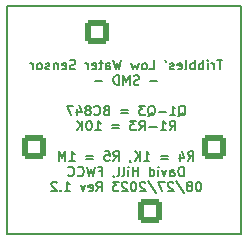
<source format=gbo>
G04 #@! TF.GenerationSoftware,KiCad,Pcbnew,7.0.7-7.0.7~ubuntu22.04.1*
G04 #@! TF.CreationDate,2023-08-27T15:16:43-06:00*
G04 #@! TF.ProjectId,Dog Low Water Sensor SMD,446f6720-4c6f-4772-9057-617465722053,rev?*
G04 #@! TF.SameCoordinates,Original*
G04 #@! TF.FileFunction,Legend,Bot*
G04 #@! TF.FilePolarity,Positive*
%FSLAX46Y46*%
G04 Gerber Fmt 4.6, Leading zero omitted, Abs format (unit mm)*
G04 Created by KiCad (PCBNEW 7.0.7-7.0.7~ubuntu22.04.1) date 2023-08-27 15:16:43*
%MOMM*%
%LPD*%
G01*
G04 APERTURE LIST*
G04 Aperture macros list*
%AMRoundRect*
0 Rectangle with rounded corners*
0 $1 Rounding radius*
0 $2 $3 $4 $5 $6 $7 $8 $9 X,Y pos of 4 corners*
0 Add a 4 corners polygon primitive as box body*
4,1,4,$2,$3,$4,$5,$6,$7,$8,$9,$2,$3,0*
0 Add four circle primitives for the rounded corners*
1,1,$1+$1,$2,$3*
1,1,$1+$1,$4,$5*
1,1,$1+$1,$6,$7*
1,1,$1+$1,$8,$9*
0 Add four rect primitives between the rounded corners*
20,1,$1+$1,$2,$3,$4,$5,0*
20,1,$1+$1,$4,$5,$6,$7,0*
20,1,$1+$1,$6,$7,$8,$9,0*
20,1,$1+$1,$8,$9,$2,$3,0*%
G04 Aperture macros list end*
%ADD10C,0.150000*%
%ADD11RoundRect,0.250000X0.750000X-0.750000X0.750000X0.750000X-0.750000X0.750000X-0.750000X-0.750000X0*%
%ADD12C,2.000000*%
%ADD13RoundRect,0.250000X0.750000X0.750000X-0.750000X0.750000X-0.750000X-0.750000X0.750000X-0.750000X0*%
%ADD14RoundRect,0.250000X-0.750000X-0.750000X0.750000X-0.750000X0.750000X0.750000X-0.750000X0.750000X0*%
%ADD15C,2.500000*%
G04 APERTURE END LIST*
D10*
X139446000Y-70358000D02*
X159258000Y-70358000D01*
X159258000Y-89662000D01*
X139446000Y-89662000D01*
X139446000Y-70358000D01*
X157689592Y-74901975D02*
X157232449Y-74901975D01*
X157461021Y-75701975D02*
X157461021Y-74901975D01*
X156965782Y-75701975D02*
X156965782Y-75168641D01*
X156965782Y-75321022D02*
X156927687Y-75244832D01*
X156927687Y-75244832D02*
X156889592Y-75206737D01*
X156889592Y-75206737D02*
X156813401Y-75168641D01*
X156813401Y-75168641D02*
X156737211Y-75168641D01*
X156470544Y-75701975D02*
X156470544Y-75168641D01*
X156470544Y-74901975D02*
X156508640Y-74940070D01*
X156508640Y-74940070D02*
X156470544Y-74978165D01*
X156470544Y-74978165D02*
X156432449Y-74940070D01*
X156432449Y-74940070D02*
X156470544Y-74901975D01*
X156470544Y-74901975D02*
X156470544Y-74978165D01*
X156089592Y-75701975D02*
X156089592Y-74901975D01*
X156089592Y-75206737D02*
X156013402Y-75168641D01*
X156013402Y-75168641D02*
X155861021Y-75168641D01*
X155861021Y-75168641D02*
X155784830Y-75206737D01*
X155784830Y-75206737D02*
X155746735Y-75244832D01*
X155746735Y-75244832D02*
X155708640Y-75321022D01*
X155708640Y-75321022D02*
X155708640Y-75549594D01*
X155708640Y-75549594D02*
X155746735Y-75625784D01*
X155746735Y-75625784D02*
X155784830Y-75663880D01*
X155784830Y-75663880D02*
X155861021Y-75701975D01*
X155861021Y-75701975D02*
X156013402Y-75701975D01*
X156013402Y-75701975D02*
X156089592Y-75663880D01*
X155365782Y-75701975D02*
X155365782Y-74901975D01*
X155365782Y-75206737D02*
X155289592Y-75168641D01*
X155289592Y-75168641D02*
X155137211Y-75168641D01*
X155137211Y-75168641D02*
X155061020Y-75206737D01*
X155061020Y-75206737D02*
X155022925Y-75244832D01*
X155022925Y-75244832D02*
X154984830Y-75321022D01*
X154984830Y-75321022D02*
X154984830Y-75549594D01*
X154984830Y-75549594D02*
X155022925Y-75625784D01*
X155022925Y-75625784D02*
X155061020Y-75663880D01*
X155061020Y-75663880D02*
X155137211Y-75701975D01*
X155137211Y-75701975D02*
X155289592Y-75701975D01*
X155289592Y-75701975D02*
X155365782Y-75663880D01*
X154527687Y-75701975D02*
X154603877Y-75663880D01*
X154603877Y-75663880D02*
X154641972Y-75587689D01*
X154641972Y-75587689D02*
X154641972Y-74901975D01*
X153918162Y-75663880D02*
X153994353Y-75701975D01*
X153994353Y-75701975D02*
X154146734Y-75701975D01*
X154146734Y-75701975D02*
X154222924Y-75663880D01*
X154222924Y-75663880D02*
X154261020Y-75587689D01*
X154261020Y-75587689D02*
X154261020Y-75282927D01*
X154261020Y-75282927D02*
X154222924Y-75206737D01*
X154222924Y-75206737D02*
X154146734Y-75168641D01*
X154146734Y-75168641D02*
X153994353Y-75168641D01*
X153994353Y-75168641D02*
X153918162Y-75206737D01*
X153918162Y-75206737D02*
X153880067Y-75282927D01*
X153880067Y-75282927D02*
X153880067Y-75359118D01*
X153880067Y-75359118D02*
X154261020Y-75435308D01*
X153575306Y-75663880D02*
X153499115Y-75701975D01*
X153499115Y-75701975D02*
X153346734Y-75701975D01*
X153346734Y-75701975D02*
X153270544Y-75663880D01*
X153270544Y-75663880D02*
X153232448Y-75587689D01*
X153232448Y-75587689D02*
X153232448Y-75549594D01*
X153232448Y-75549594D02*
X153270544Y-75473403D01*
X153270544Y-75473403D02*
X153346734Y-75435308D01*
X153346734Y-75435308D02*
X153461020Y-75435308D01*
X153461020Y-75435308D02*
X153537210Y-75397213D01*
X153537210Y-75397213D02*
X153575306Y-75321022D01*
X153575306Y-75321022D02*
X153575306Y-75282927D01*
X153575306Y-75282927D02*
X153537210Y-75206737D01*
X153537210Y-75206737D02*
X153461020Y-75168641D01*
X153461020Y-75168641D02*
X153346734Y-75168641D01*
X153346734Y-75168641D02*
X153270544Y-75206737D01*
X152851496Y-74901975D02*
X152927687Y-75054356D01*
X151518163Y-75701975D02*
X151899115Y-75701975D01*
X151899115Y-75701975D02*
X151899115Y-74901975D01*
X151137211Y-75701975D02*
X151213401Y-75663880D01*
X151213401Y-75663880D02*
X151251496Y-75625784D01*
X151251496Y-75625784D02*
X151289592Y-75549594D01*
X151289592Y-75549594D02*
X151289592Y-75321022D01*
X151289592Y-75321022D02*
X151251496Y-75244832D01*
X151251496Y-75244832D02*
X151213401Y-75206737D01*
X151213401Y-75206737D02*
X151137211Y-75168641D01*
X151137211Y-75168641D02*
X151022925Y-75168641D01*
X151022925Y-75168641D02*
X150946734Y-75206737D01*
X150946734Y-75206737D02*
X150908639Y-75244832D01*
X150908639Y-75244832D02*
X150870544Y-75321022D01*
X150870544Y-75321022D02*
X150870544Y-75549594D01*
X150870544Y-75549594D02*
X150908639Y-75625784D01*
X150908639Y-75625784D02*
X150946734Y-75663880D01*
X150946734Y-75663880D02*
X151022925Y-75701975D01*
X151022925Y-75701975D02*
X151137211Y-75701975D01*
X150603877Y-75168641D02*
X150451496Y-75701975D01*
X150451496Y-75701975D02*
X150299115Y-75321022D01*
X150299115Y-75321022D02*
X150146734Y-75701975D01*
X150146734Y-75701975D02*
X149994353Y-75168641D01*
X149156258Y-74901975D02*
X148965782Y-75701975D01*
X148965782Y-75701975D02*
X148813401Y-75130546D01*
X148813401Y-75130546D02*
X148661020Y-75701975D01*
X148661020Y-75701975D02*
X148470544Y-74901975D01*
X147822924Y-75701975D02*
X147822924Y-75282927D01*
X147822924Y-75282927D02*
X147861019Y-75206737D01*
X147861019Y-75206737D02*
X147937210Y-75168641D01*
X147937210Y-75168641D02*
X148089591Y-75168641D01*
X148089591Y-75168641D02*
X148165781Y-75206737D01*
X147822924Y-75663880D02*
X147899115Y-75701975D01*
X147899115Y-75701975D02*
X148089591Y-75701975D01*
X148089591Y-75701975D02*
X148165781Y-75663880D01*
X148165781Y-75663880D02*
X148203877Y-75587689D01*
X148203877Y-75587689D02*
X148203877Y-75511499D01*
X148203877Y-75511499D02*
X148165781Y-75435308D01*
X148165781Y-75435308D02*
X148089591Y-75397213D01*
X148089591Y-75397213D02*
X147899115Y-75397213D01*
X147899115Y-75397213D02*
X147822924Y-75359118D01*
X147556257Y-75168641D02*
X147251495Y-75168641D01*
X147441971Y-74901975D02*
X147441971Y-75587689D01*
X147441971Y-75587689D02*
X147403876Y-75663880D01*
X147403876Y-75663880D02*
X147327686Y-75701975D01*
X147327686Y-75701975D02*
X147251495Y-75701975D01*
X146680066Y-75663880D02*
X146756257Y-75701975D01*
X146756257Y-75701975D02*
X146908638Y-75701975D01*
X146908638Y-75701975D02*
X146984828Y-75663880D01*
X146984828Y-75663880D02*
X147022924Y-75587689D01*
X147022924Y-75587689D02*
X147022924Y-75282927D01*
X147022924Y-75282927D02*
X146984828Y-75206737D01*
X146984828Y-75206737D02*
X146908638Y-75168641D01*
X146908638Y-75168641D02*
X146756257Y-75168641D01*
X146756257Y-75168641D02*
X146680066Y-75206737D01*
X146680066Y-75206737D02*
X146641971Y-75282927D01*
X146641971Y-75282927D02*
X146641971Y-75359118D01*
X146641971Y-75359118D02*
X147022924Y-75435308D01*
X146299114Y-75701975D02*
X146299114Y-75168641D01*
X146299114Y-75321022D02*
X146261019Y-75244832D01*
X146261019Y-75244832D02*
X146222924Y-75206737D01*
X146222924Y-75206737D02*
X146146733Y-75168641D01*
X146146733Y-75168641D02*
X146070543Y-75168641D01*
X145232448Y-75663880D02*
X145118162Y-75701975D01*
X145118162Y-75701975D02*
X144927686Y-75701975D01*
X144927686Y-75701975D02*
X144851495Y-75663880D01*
X144851495Y-75663880D02*
X144813400Y-75625784D01*
X144813400Y-75625784D02*
X144775305Y-75549594D01*
X144775305Y-75549594D02*
X144775305Y-75473403D01*
X144775305Y-75473403D02*
X144813400Y-75397213D01*
X144813400Y-75397213D02*
X144851495Y-75359118D01*
X144851495Y-75359118D02*
X144927686Y-75321022D01*
X144927686Y-75321022D02*
X145080067Y-75282927D01*
X145080067Y-75282927D02*
X145156257Y-75244832D01*
X145156257Y-75244832D02*
X145194352Y-75206737D01*
X145194352Y-75206737D02*
X145232448Y-75130546D01*
X145232448Y-75130546D02*
X145232448Y-75054356D01*
X145232448Y-75054356D02*
X145194352Y-74978165D01*
X145194352Y-74978165D02*
X145156257Y-74940070D01*
X145156257Y-74940070D02*
X145080067Y-74901975D01*
X145080067Y-74901975D02*
X144889590Y-74901975D01*
X144889590Y-74901975D02*
X144775305Y-74940070D01*
X144127685Y-75663880D02*
X144203876Y-75701975D01*
X144203876Y-75701975D02*
X144356257Y-75701975D01*
X144356257Y-75701975D02*
X144432447Y-75663880D01*
X144432447Y-75663880D02*
X144470543Y-75587689D01*
X144470543Y-75587689D02*
X144470543Y-75282927D01*
X144470543Y-75282927D02*
X144432447Y-75206737D01*
X144432447Y-75206737D02*
X144356257Y-75168641D01*
X144356257Y-75168641D02*
X144203876Y-75168641D01*
X144203876Y-75168641D02*
X144127685Y-75206737D01*
X144127685Y-75206737D02*
X144089590Y-75282927D01*
X144089590Y-75282927D02*
X144089590Y-75359118D01*
X144089590Y-75359118D02*
X144470543Y-75435308D01*
X143746733Y-75168641D02*
X143746733Y-75701975D01*
X143746733Y-75244832D02*
X143708638Y-75206737D01*
X143708638Y-75206737D02*
X143632448Y-75168641D01*
X143632448Y-75168641D02*
X143518162Y-75168641D01*
X143518162Y-75168641D02*
X143441971Y-75206737D01*
X143441971Y-75206737D02*
X143403876Y-75282927D01*
X143403876Y-75282927D02*
X143403876Y-75701975D01*
X143061019Y-75663880D02*
X142984828Y-75701975D01*
X142984828Y-75701975D02*
X142832447Y-75701975D01*
X142832447Y-75701975D02*
X142756257Y-75663880D01*
X142756257Y-75663880D02*
X142718161Y-75587689D01*
X142718161Y-75587689D02*
X142718161Y-75549594D01*
X142718161Y-75549594D02*
X142756257Y-75473403D01*
X142756257Y-75473403D02*
X142832447Y-75435308D01*
X142832447Y-75435308D02*
X142946733Y-75435308D01*
X142946733Y-75435308D02*
X143022923Y-75397213D01*
X143022923Y-75397213D02*
X143061019Y-75321022D01*
X143061019Y-75321022D02*
X143061019Y-75282927D01*
X143061019Y-75282927D02*
X143022923Y-75206737D01*
X143022923Y-75206737D02*
X142946733Y-75168641D01*
X142946733Y-75168641D02*
X142832447Y-75168641D01*
X142832447Y-75168641D02*
X142756257Y-75206737D01*
X142261019Y-75701975D02*
X142337209Y-75663880D01*
X142337209Y-75663880D02*
X142375304Y-75625784D01*
X142375304Y-75625784D02*
X142413400Y-75549594D01*
X142413400Y-75549594D02*
X142413400Y-75321022D01*
X142413400Y-75321022D02*
X142375304Y-75244832D01*
X142375304Y-75244832D02*
X142337209Y-75206737D01*
X142337209Y-75206737D02*
X142261019Y-75168641D01*
X142261019Y-75168641D02*
X142146733Y-75168641D01*
X142146733Y-75168641D02*
X142070542Y-75206737D01*
X142070542Y-75206737D02*
X142032447Y-75244832D01*
X142032447Y-75244832D02*
X141994352Y-75321022D01*
X141994352Y-75321022D02*
X141994352Y-75549594D01*
X141994352Y-75549594D02*
X142032447Y-75625784D01*
X142032447Y-75625784D02*
X142070542Y-75663880D01*
X142070542Y-75663880D02*
X142146733Y-75701975D01*
X142146733Y-75701975D02*
X142261019Y-75701975D01*
X141651494Y-75701975D02*
X141651494Y-75168641D01*
X141651494Y-75321022D02*
X141613399Y-75244832D01*
X141613399Y-75244832D02*
X141575304Y-75206737D01*
X141575304Y-75206737D02*
X141499113Y-75168641D01*
X141499113Y-75168641D02*
X141422923Y-75168641D01*
X152203876Y-76685213D02*
X151594353Y-76685213D01*
X150641972Y-76951880D02*
X150527686Y-76989975D01*
X150527686Y-76989975D02*
X150337210Y-76989975D01*
X150337210Y-76989975D02*
X150261019Y-76951880D01*
X150261019Y-76951880D02*
X150222924Y-76913784D01*
X150222924Y-76913784D02*
X150184829Y-76837594D01*
X150184829Y-76837594D02*
X150184829Y-76761403D01*
X150184829Y-76761403D02*
X150222924Y-76685213D01*
X150222924Y-76685213D02*
X150261019Y-76647118D01*
X150261019Y-76647118D02*
X150337210Y-76609022D01*
X150337210Y-76609022D02*
X150489591Y-76570927D01*
X150489591Y-76570927D02*
X150565781Y-76532832D01*
X150565781Y-76532832D02*
X150603876Y-76494737D01*
X150603876Y-76494737D02*
X150641972Y-76418546D01*
X150641972Y-76418546D02*
X150641972Y-76342356D01*
X150641972Y-76342356D02*
X150603876Y-76266165D01*
X150603876Y-76266165D02*
X150565781Y-76228070D01*
X150565781Y-76228070D02*
X150489591Y-76189975D01*
X150489591Y-76189975D02*
X150299114Y-76189975D01*
X150299114Y-76189975D02*
X150184829Y-76228070D01*
X149841971Y-76989975D02*
X149841971Y-76189975D01*
X149841971Y-76189975D02*
X149575305Y-76761403D01*
X149575305Y-76761403D02*
X149308638Y-76189975D01*
X149308638Y-76189975D02*
X149308638Y-76989975D01*
X148927685Y-76989975D02*
X148927685Y-76189975D01*
X148927685Y-76189975D02*
X148737209Y-76189975D01*
X148737209Y-76189975D02*
X148622923Y-76228070D01*
X148622923Y-76228070D02*
X148546733Y-76304260D01*
X148546733Y-76304260D02*
X148508638Y-76380451D01*
X148508638Y-76380451D02*
X148470542Y-76532832D01*
X148470542Y-76532832D02*
X148470542Y-76647118D01*
X148470542Y-76647118D02*
X148508638Y-76799499D01*
X148508638Y-76799499D02*
X148546733Y-76875689D01*
X148546733Y-76875689D02*
X148622923Y-76951880D01*
X148622923Y-76951880D02*
X148737209Y-76989975D01*
X148737209Y-76989975D02*
X148927685Y-76989975D01*
X147518161Y-76685213D02*
X146908638Y-76685213D01*
X153975305Y-79642165D02*
X154051495Y-79604070D01*
X154051495Y-79604070D02*
X154127686Y-79527880D01*
X154127686Y-79527880D02*
X154241972Y-79413594D01*
X154241972Y-79413594D02*
X154318162Y-79375499D01*
X154318162Y-79375499D02*
X154394353Y-79375499D01*
X154356257Y-79565975D02*
X154432448Y-79527880D01*
X154432448Y-79527880D02*
X154508638Y-79451689D01*
X154508638Y-79451689D02*
X154546734Y-79299308D01*
X154546734Y-79299308D02*
X154546734Y-79032641D01*
X154546734Y-79032641D02*
X154508638Y-78880260D01*
X154508638Y-78880260D02*
X154432448Y-78804070D01*
X154432448Y-78804070D02*
X154356257Y-78765975D01*
X154356257Y-78765975D02*
X154203876Y-78765975D01*
X154203876Y-78765975D02*
X154127686Y-78804070D01*
X154127686Y-78804070D02*
X154051495Y-78880260D01*
X154051495Y-78880260D02*
X154013400Y-79032641D01*
X154013400Y-79032641D02*
X154013400Y-79299308D01*
X154013400Y-79299308D02*
X154051495Y-79451689D01*
X154051495Y-79451689D02*
X154127686Y-79527880D01*
X154127686Y-79527880D02*
X154203876Y-79565975D01*
X154203876Y-79565975D02*
X154356257Y-79565975D01*
X153251496Y-79565975D02*
X153708639Y-79565975D01*
X153480067Y-79565975D02*
X153480067Y-78765975D01*
X153480067Y-78765975D02*
X153556258Y-78880260D01*
X153556258Y-78880260D02*
X153632448Y-78956451D01*
X153632448Y-78956451D02*
X153708639Y-78994546D01*
X152908638Y-79261213D02*
X152299115Y-79261213D01*
X151384829Y-79642165D02*
X151461019Y-79604070D01*
X151461019Y-79604070D02*
X151537210Y-79527880D01*
X151537210Y-79527880D02*
X151651496Y-79413594D01*
X151651496Y-79413594D02*
X151727686Y-79375499D01*
X151727686Y-79375499D02*
X151803877Y-79375499D01*
X151765781Y-79565975D02*
X151841972Y-79527880D01*
X151841972Y-79527880D02*
X151918162Y-79451689D01*
X151918162Y-79451689D02*
X151956258Y-79299308D01*
X151956258Y-79299308D02*
X151956258Y-79032641D01*
X151956258Y-79032641D02*
X151918162Y-78880260D01*
X151918162Y-78880260D02*
X151841972Y-78804070D01*
X151841972Y-78804070D02*
X151765781Y-78765975D01*
X151765781Y-78765975D02*
X151613400Y-78765975D01*
X151613400Y-78765975D02*
X151537210Y-78804070D01*
X151537210Y-78804070D02*
X151461019Y-78880260D01*
X151461019Y-78880260D02*
X151422924Y-79032641D01*
X151422924Y-79032641D02*
X151422924Y-79299308D01*
X151422924Y-79299308D02*
X151461019Y-79451689D01*
X151461019Y-79451689D02*
X151537210Y-79527880D01*
X151537210Y-79527880D02*
X151613400Y-79565975D01*
X151613400Y-79565975D02*
X151765781Y-79565975D01*
X151156258Y-78765975D02*
X150661020Y-78765975D01*
X150661020Y-78765975D02*
X150927686Y-79070737D01*
X150927686Y-79070737D02*
X150813401Y-79070737D01*
X150813401Y-79070737D02*
X150737210Y-79108832D01*
X150737210Y-79108832D02*
X150699115Y-79146927D01*
X150699115Y-79146927D02*
X150661020Y-79223118D01*
X150661020Y-79223118D02*
X150661020Y-79413594D01*
X150661020Y-79413594D02*
X150699115Y-79489784D01*
X150699115Y-79489784D02*
X150737210Y-79527880D01*
X150737210Y-79527880D02*
X150813401Y-79565975D01*
X150813401Y-79565975D02*
X151041972Y-79565975D01*
X151041972Y-79565975D02*
X151118163Y-79527880D01*
X151118163Y-79527880D02*
X151156258Y-79489784D01*
X149708638Y-79146927D02*
X149099115Y-79146927D01*
X149099115Y-79375499D02*
X149708638Y-79375499D01*
X147841972Y-79146927D02*
X147727686Y-79185022D01*
X147727686Y-79185022D02*
X147689591Y-79223118D01*
X147689591Y-79223118D02*
X147651495Y-79299308D01*
X147651495Y-79299308D02*
X147651495Y-79413594D01*
X147651495Y-79413594D02*
X147689591Y-79489784D01*
X147689591Y-79489784D02*
X147727686Y-79527880D01*
X147727686Y-79527880D02*
X147803876Y-79565975D01*
X147803876Y-79565975D02*
X148108638Y-79565975D01*
X148108638Y-79565975D02*
X148108638Y-78765975D01*
X148108638Y-78765975D02*
X147841972Y-78765975D01*
X147841972Y-78765975D02*
X147765781Y-78804070D01*
X147765781Y-78804070D02*
X147727686Y-78842165D01*
X147727686Y-78842165D02*
X147689591Y-78918356D01*
X147689591Y-78918356D02*
X147689591Y-78994546D01*
X147689591Y-78994546D02*
X147727686Y-79070737D01*
X147727686Y-79070737D02*
X147765781Y-79108832D01*
X147765781Y-79108832D02*
X147841972Y-79146927D01*
X147841972Y-79146927D02*
X148108638Y-79146927D01*
X146851495Y-79489784D02*
X146889591Y-79527880D01*
X146889591Y-79527880D02*
X147003876Y-79565975D01*
X147003876Y-79565975D02*
X147080067Y-79565975D01*
X147080067Y-79565975D02*
X147194353Y-79527880D01*
X147194353Y-79527880D02*
X147270543Y-79451689D01*
X147270543Y-79451689D02*
X147308638Y-79375499D01*
X147308638Y-79375499D02*
X147346734Y-79223118D01*
X147346734Y-79223118D02*
X147346734Y-79108832D01*
X147346734Y-79108832D02*
X147308638Y-78956451D01*
X147308638Y-78956451D02*
X147270543Y-78880260D01*
X147270543Y-78880260D02*
X147194353Y-78804070D01*
X147194353Y-78804070D02*
X147080067Y-78765975D01*
X147080067Y-78765975D02*
X147003876Y-78765975D01*
X147003876Y-78765975D02*
X146889591Y-78804070D01*
X146889591Y-78804070D02*
X146851495Y-78842165D01*
X146394353Y-79108832D02*
X146470543Y-79070737D01*
X146470543Y-79070737D02*
X146508638Y-79032641D01*
X146508638Y-79032641D02*
X146546734Y-78956451D01*
X146546734Y-78956451D02*
X146546734Y-78918356D01*
X146546734Y-78918356D02*
X146508638Y-78842165D01*
X146508638Y-78842165D02*
X146470543Y-78804070D01*
X146470543Y-78804070D02*
X146394353Y-78765975D01*
X146394353Y-78765975D02*
X146241972Y-78765975D01*
X146241972Y-78765975D02*
X146165781Y-78804070D01*
X146165781Y-78804070D02*
X146127686Y-78842165D01*
X146127686Y-78842165D02*
X146089591Y-78918356D01*
X146089591Y-78918356D02*
X146089591Y-78956451D01*
X146089591Y-78956451D02*
X146127686Y-79032641D01*
X146127686Y-79032641D02*
X146165781Y-79070737D01*
X146165781Y-79070737D02*
X146241972Y-79108832D01*
X146241972Y-79108832D02*
X146394353Y-79108832D01*
X146394353Y-79108832D02*
X146470543Y-79146927D01*
X146470543Y-79146927D02*
X146508638Y-79185022D01*
X146508638Y-79185022D02*
X146546734Y-79261213D01*
X146546734Y-79261213D02*
X146546734Y-79413594D01*
X146546734Y-79413594D02*
X146508638Y-79489784D01*
X146508638Y-79489784D02*
X146470543Y-79527880D01*
X146470543Y-79527880D02*
X146394353Y-79565975D01*
X146394353Y-79565975D02*
X146241972Y-79565975D01*
X146241972Y-79565975D02*
X146165781Y-79527880D01*
X146165781Y-79527880D02*
X146127686Y-79489784D01*
X146127686Y-79489784D02*
X146089591Y-79413594D01*
X146089591Y-79413594D02*
X146089591Y-79261213D01*
X146089591Y-79261213D02*
X146127686Y-79185022D01*
X146127686Y-79185022D02*
X146165781Y-79146927D01*
X146165781Y-79146927D02*
X146241972Y-79108832D01*
X145403876Y-79032641D02*
X145403876Y-79565975D01*
X145594352Y-78727880D02*
X145784829Y-79299308D01*
X145784829Y-79299308D02*
X145289590Y-79299308D01*
X145061019Y-78765975D02*
X144527685Y-78765975D01*
X144527685Y-78765975D02*
X144870543Y-79565975D01*
X153232448Y-80853975D02*
X153499115Y-80473022D01*
X153689591Y-80853975D02*
X153689591Y-80053975D01*
X153689591Y-80053975D02*
X153384829Y-80053975D01*
X153384829Y-80053975D02*
X153308639Y-80092070D01*
X153308639Y-80092070D02*
X153270544Y-80130165D01*
X153270544Y-80130165D02*
X153232448Y-80206356D01*
X153232448Y-80206356D02*
X153232448Y-80320641D01*
X153232448Y-80320641D02*
X153270544Y-80396832D01*
X153270544Y-80396832D02*
X153308639Y-80434927D01*
X153308639Y-80434927D02*
X153384829Y-80473022D01*
X153384829Y-80473022D02*
X153689591Y-80473022D01*
X152470544Y-80853975D02*
X152927687Y-80853975D01*
X152699115Y-80853975D02*
X152699115Y-80053975D01*
X152699115Y-80053975D02*
X152775306Y-80168260D01*
X152775306Y-80168260D02*
X152851496Y-80244451D01*
X152851496Y-80244451D02*
X152927687Y-80282546D01*
X152127686Y-80549213D02*
X151518163Y-80549213D01*
X150680067Y-80853975D02*
X150946734Y-80473022D01*
X151137210Y-80853975D02*
X151137210Y-80053975D01*
X151137210Y-80053975D02*
X150832448Y-80053975D01*
X150832448Y-80053975D02*
X150756258Y-80092070D01*
X150756258Y-80092070D02*
X150718163Y-80130165D01*
X150718163Y-80130165D02*
X150680067Y-80206356D01*
X150680067Y-80206356D02*
X150680067Y-80320641D01*
X150680067Y-80320641D02*
X150718163Y-80396832D01*
X150718163Y-80396832D02*
X150756258Y-80434927D01*
X150756258Y-80434927D02*
X150832448Y-80473022D01*
X150832448Y-80473022D02*
X151137210Y-80473022D01*
X150413401Y-80053975D02*
X149918163Y-80053975D01*
X149918163Y-80053975D02*
X150184829Y-80358737D01*
X150184829Y-80358737D02*
X150070544Y-80358737D01*
X150070544Y-80358737D02*
X149994353Y-80396832D01*
X149994353Y-80396832D02*
X149956258Y-80434927D01*
X149956258Y-80434927D02*
X149918163Y-80511118D01*
X149918163Y-80511118D02*
X149918163Y-80701594D01*
X149918163Y-80701594D02*
X149956258Y-80777784D01*
X149956258Y-80777784D02*
X149994353Y-80815880D01*
X149994353Y-80815880D02*
X150070544Y-80853975D01*
X150070544Y-80853975D02*
X150299115Y-80853975D01*
X150299115Y-80853975D02*
X150375306Y-80815880D01*
X150375306Y-80815880D02*
X150413401Y-80777784D01*
X148965781Y-80434927D02*
X148356258Y-80434927D01*
X148356258Y-80663499D02*
X148965781Y-80663499D01*
X146946734Y-80853975D02*
X147403877Y-80853975D01*
X147175305Y-80853975D02*
X147175305Y-80053975D01*
X147175305Y-80053975D02*
X147251496Y-80168260D01*
X147251496Y-80168260D02*
X147327686Y-80244451D01*
X147327686Y-80244451D02*
X147403877Y-80282546D01*
X146451495Y-80053975D02*
X146375305Y-80053975D01*
X146375305Y-80053975D02*
X146299114Y-80092070D01*
X146299114Y-80092070D02*
X146261019Y-80130165D01*
X146261019Y-80130165D02*
X146222924Y-80206356D01*
X146222924Y-80206356D02*
X146184829Y-80358737D01*
X146184829Y-80358737D02*
X146184829Y-80549213D01*
X146184829Y-80549213D02*
X146222924Y-80701594D01*
X146222924Y-80701594D02*
X146261019Y-80777784D01*
X146261019Y-80777784D02*
X146299114Y-80815880D01*
X146299114Y-80815880D02*
X146375305Y-80853975D01*
X146375305Y-80853975D02*
X146451495Y-80853975D01*
X146451495Y-80853975D02*
X146527686Y-80815880D01*
X146527686Y-80815880D02*
X146565781Y-80777784D01*
X146565781Y-80777784D02*
X146603876Y-80701594D01*
X146603876Y-80701594D02*
X146641972Y-80549213D01*
X146641972Y-80549213D02*
X146641972Y-80358737D01*
X146641972Y-80358737D02*
X146603876Y-80206356D01*
X146603876Y-80206356D02*
X146565781Y-80130165D01*
X146565781Y-80130165D02*
X146527686Y-80092070D01*
X146527686Y-80092070D02*
X146451495Y-80053975D01*
X145841971Y-80853975D02*
X145841971Y-80053975D01*
X145384828Y-80853975D02*
X145727686Y-80396832D01*
X145384828Y-80053975D02*
X145841971Y-80511118D01*
X154794353Y-83429975D02*
X155061020Y-83049022D01*
X155251496Y-83429975D02*
X155251496Y-82629975D01*
X155251496Y-82629975D02*
X154946734Y-82629975D01*
X154946734Y-82629975D02*
X154870544Y-82668070D01*
X154870544Y-82668070D02*
X154832449Y-82706165D01*
X154832449Y-82706165D02*
X154794353Y-82782356D01*
X154794353Y-82782356D02*
X154794353Y-82896641D01*
X154794353Y-82896641D02*
X154832449Y-82972832D01*
X154832449Y-82972832D02*
X154870544Y-83010927D01*
X154870544Y-83010927D02*
X154946734Y-83049022D01*
X154946734Y-83049022D02*
X155251496Y-83049022D01*
X154108639Y-82896641D02*
X154108639Y-83429975D01*
X154299115Y-82591880D02*
X154489592Y-83163308D01*
X154489592Y-83163308D02*
X153994353Y-83163308D01*
X153080067Y-83010927D02*
X152470544Y-83010927D01*
X152470544Y-83239499D02*
X153080067Y-83239499D01*
X151061020Y-83429975D02*
X151518163Y-83429975D01*
X151289591Y-83429975D02*
X151289591Y-82629975D01*
X151289591Y-82629975D02*
X151365782Y-82744260D01*
X151365782Y-82744260D02*
X151441972Y-82820451D01*
X151441972Y-82820451D02*
X151518163Y-82858546D01*
X150718162Y-83429975D02*
X150718162Y-82629975D01*
X150261019Y-83429975D02*
X150603877Y-82972832D01*
X150261019Y-82629975D02*
X150718162Y-83087118D01*
X149880067Y-83391880D02*
X149880067Y-83429975D01*
X149880067Y-83429975D02*
X149918162Y-83506165D01*
X149918162Y-83506165D02*
X149956258Y-83544260D01*
X148470543Y-83429975D02*
X148737210Y-83049022D01*
X148927686Y-83429975D02*
X148927686Y-82629975D01*
X148927686Y-82629975D02*
X148622924Y-82629975D01*
X148622924Y-82629975D02*
X148546734Y-82668070D01*
X148546734Y-82668070D02*
X148508639Y-82706165D01*
X148508639Y-82706165D02*
X148470543Y-82782356D01*
X148470543Y-82782356D02*
X148470543Y-82896641D01*
X148470543Y-82896641D02*
X148508639Y-82972832D01*
X148508639Y-82972832D02*
X148546734Y-83010927D01*
X148546734Y-83010927D02*
X148622924Y-83049022D01*
X148622924Y-83049022D02*
X148927686Y-83049022D01*
X147746734Y-82629975D02*
X148127686Y-82629975D01*
X148127686Y-82629975D02*
X148165782Y-83010927D01*
X148165782Y-83010927D02*
X148127686Y-82972832D01*
X148127686Y-82972832D02*
X148051496Y-82934737D01*
X148051496Y-82934737D02*
X147861020Y-82934737D01*
X147861020Y-82934737D02*
X147784829Y-82972832D01*
X147784829Y-82972832D02*
X147746734Y-83010927D01*
X147746734Y-83010927D02*
X147708639Y-83087118D01*
X147708639Y-83087118D02*
X147708639Y-83277594D01*
X147708639Y-83277594D02*
X147746734Y-83353784D01*
X147746734Y-83353784D02*
X147784829Y-83391880D01*
X147784829Y-83391880D02*
X147861020Y-83429975D01*
X147861020Y-83429975D02*
X148051496Y-83429975D01*
X148051496Y-83429975D02*
X148127686Y-83391880D01*
X148127686Y-83391880D02*
X148165782Y-83353784D01*
X146756257Y-83010927D02*
X146146734Y-83010927D01*
X146146734Y-83239499D02*
X146756257Y-83239499D01*
X144737210Y-83429975D02*
X145194353Y-83429975D01*
X144965781Y-83429975D02*
X144965781Y-82629975D01*
X144965781Y-82629975D02*
X145041972Y-82744260D01*
X145041972Y-82744260D02*
X145118162Y-82820451D01*
X145118162Y-82820451D02*
X145194353Y-82858546D01*
X144394352Y-83429975D02*
X144394352Y-82629975D01*
X144394352Y-82629975D02*
X144127686Y-83201403D01*
X144127686Y-83201403D02*
X143861019Y-82629975D01*
X143861019Y-82629975D02*
X143861019Y-83429975D01*
X154413400Y-84717975D02*
X154413400Y-83917975D01*
X154413400Y-83917975D02*
X154222924Y-83917975D01*
X154222924Y-83917975D02*
X154108638Y-83956070D01*
X154108638Y-83956070D02*
X154032448Y-84032260D01*
X154032448Y-84032260D02*
X153994353Y-84108451D01*
X153994353Y-84108451D02*
X153956257Y-84260832D01*
X153956257Y-84260832D02*
X153956257Y-84375118D01*
X153956257Y-84375118D02*
X153994353Y-84527499D01*
X153994353Y-84527499D02*
X154032448Y-84603689D01*
X154032448Y-84603689D02*
X154108638Y-84679880D01*
X154108638Y-84679880D02*
X154222924Y-84717975D01*
X154222924Y-84717975D02*
X154413400Y-84717975D01*
X153270543Y-84717975D02*
X153270543Y-84298927D01*
X153270543Y-84298927D02*
X153308638Y-84222737D01*
X153308638Y-84222737D02*
X153384829Y-84184641D01*
X153384829Y-84184641D02*
X153537210Y-84184641D01*
X153537210Y-84184641D02*
X153613400Y-84222737D01*
X153270543Y-84679880D02*
X153346734Y-84717975D01*
X153346734Y-84717975D02*
X153537210Y-84717975D01*
X153537210Y-84717975D02*
X153613400Y-84679880D01*
X153613400Y-84679880D02*
X153651496Y-84603689D01*
X153651496Y-84603689D02*
X153651496Y-84527499D01*
X153651496Y-84527499D02*
X153613400Y-84451308D01*
X153613400Y-84451308D02*
X153537210Y-84413213D01*
X153537210Y-84413213D02*
X153346734Y-84413213D01*
X153346734Y-84413213D02*
X153270543Y-84375118D01*
X152965781Y-84184641D02*
X152775305Y-84717975D01*
X152775305Y-84717975D02*
X152584828Y-84184641D01*
X152280066Y-84717975D02*
X152280066Y-84184641D01*
X152280066Y-83917975D02*
X152318162Y-83956070D01*
X152318162Y-83956070D02*
X152280066Y-83994165D01*
X152280066Y-83994165D02*
X152241971Y-83956070D01*
X152241971Y-83956070D02*
X152280066Y-83917975D01*
X152280066Y-83917975D02*
X152280066Y-83994165D01*
X151556257Y-84717975D02*
X151556257Y-83917975D01*
X151556257Y-84679880D02*
X151632448Y-84717975D01*
X151632448Y-84717975D02*
X151784829Y-84717975D01*
X151784829Y-84717975D02*
X151861019Y-84679880D01*
X151861019Y-84679880D02*
X151899114Y-84641784D01*
X151899114Y-84641784D02*
X151937210Y-84565594D01*
X151937210Y-84565594D02*
X151937210Y-84337022D01*
X151937210Y-84337022D02*
X151899114Y-84260832D01*
X151899114Y-84260832D02*
X151861019Y-84222737D01*
X151861019Y-84222737D02*
X151784829Y-84184641D01*
X151784829Y-84184641D02*
X151632448Y-84184641D01*
X151632448Y-84184641D02*
X151556257Y-84222737D01*
X150565780Y-84717975D02*
X150565780Y-83917975D01*
X150565780Y-84298927D02*
X150108637Y-84298927D01*
X150108637Y-84717975D02*
X150108637Y-83917975D01*
X149727685Y-84717975D02*
X149727685Y-84184641D01*
X149727685Y-83917975D02*
X149765781Y-83956070D01*
X149765781Y-83956070D02*
X149727685Y-83994165D01*
X149727685Y-83994165D02*
X149689590Y-83956070D01*
X149689590Y-83956070D02*
X149727685Y-83917975D01*
X149727685Y-83917975D02*
X149727685Y-83994165D01*
X149232448Y-84717975D02*
X149308638Y-84679880D01*
X149308638Y-84679880D02*
X149346733Y-84603689D01*
X149346733Y-84603689D02*
X149346733Y-83917975D01*
X148813400Y-84717975D02*
X148889590Y-84679880D01*
X148889590Y-84679880D02*
X148927685Y-84603689D01*
X148927685Y-84603689D02*
X148927685Y-83917975D01*
X148470542Y-84679880D02*
X148470542Y-84717975D01*
X148470542Y-84717975D02*
X148508637Y-84794165D01*
X148508637Y-84794165D02*
X148546733Y-84832260D01*
X147251495Y-84298927D02*
X147518161Y-84298927D01*
X147518161Y-84717975D02*
X147518161Y-83917975D01*
X147518161Y-83917975D02*
X147137209Y-83917975D01*
X146908638Y-83917975D02*
X146718162Y-84717975D01*
X146718162Y-84717975D02*
X146565781Y-84146546D01*
X146565781Y-84146546D02*
X146413400Y-84717975D01*
X146413400Y-84717975D02*
X146222924Y-83917975D01*
X145461018Y-84641784D02*
X145499114Y-84679880D01*
X145499114Y-84679880D02*
X145613399Y-84717975D01*
X145613399Y-84717975D02*
X145689590Y-84717975D01*
X145689590Y-84717975D02*
X145803876Y-84679880D01*
X145803876Y-84679880D02*
X145880066Y-84603689D01*
X145880066Y-84603689D02*
X145918161Y-84527499D01*
X145918161Y-84527499D02*
X145956257Y-84375118D01*
X145956257Y-84375118D02*
X145956257Y-84260832D01*
X145956257Y-84260832D02*
X145918161Y-84108451D01*
X145918161Y-84108451D02*
X145880066Y-84032260D01*
X145880066Y-84032260D02*
X145803876Y-83956070D01*
X145803876Y-83956070D02*
X145689590Y-83917975D01*
X145689590Y-83917975D02*
X145613399Y-83917975D01*
X145613399Y-83917975D02*
X145499114Y-83956070D01*
X145499114Y-83956070D02*
X145461018Y-83994165D01*
X144661018Y-84641784D02*
X144699114Y-84679880D01*
X144699114Y-84679880D02*
X144813399Y-84717975D01*
X144813399Y-84717975D02*
X144889590Y-84717975D01*
X144889590Y-84717975D02*
X145003876Y-84679880D01*
X145003876Y-84679880D02*
X145080066Y-84603689D01*
X145080066Y-84603689D02*
X145118161Y-84527499D01*
X145118161Y-84527499D02*
X145156257Y-84375118D01*
X145156257Y-84375118D02*
X145156257Y-84260832D01*
X145156257Y-84260832D02*
X145118161Y-84108451D01*
X145118161Y-84108451D02*
X145080066Y-84032260D01*
X145080066Y-84032260D02*
X145003876Y-83956070D01*
X145003876Y-83956070D02*
X144889590Y-83917975D01*
X144889590Y-83917975D02*
X144813399Y-83917975D01*
X144813399Y-83917975D02*
X144699114Y-83956070D01*
X144699114Y-83956070D02*
X144661018Y-83994165D01*
X155708639Y-85205975D02*
X155632449Y-85205975D01*
X155632449Y-85205975D02*
X155556258Y-85244070D01*
X155556258Y-85244070D02*
X155518163Y-85282165D01*
X155518163Y-85282165D02*
X155480068Y-85358356D01*
X155480068Y-85358356D02*
X155441973Y-85510737D01*
X155441973Y-85510737D02*
X155441973Y-85701213D01*
X155441973Y-85701213D02*
X155480068Y-85853594D01*
X155480068Y-85853594D02*
X155518163Y-85929784D01*
X155518163Y-85929784D02*
X155556258Y-85967880D01*
X155556258Y-85967880D02*
X155632449Y-86005975D01*
X155632449Y-86005975D02*
X155708639Y-86005975D01*
X155708639Y-86005975D02*
X155784830Y-85967880D01*
X155784830Y-85967880D02*
X155822925Y-85929784D01*
X155822925Y-85929784D02*
X155861020Y-85853594D01*
X155861020Y-85853594D02*
X155899116Y-85701213D01*
X155899116Y-85701213D02*
X155899116Y-85510737D01*
X155899116Y-85510737D02*
X155861020Y-85358356D01*
X155861020Y-85358356D02*
X155822925Y-85282165D01*
X155822925Y-85282165D02*
X155784830Y-85244070D01*
X155784830Y-85244070D02*
X155708639Y-85205975D01*
X154984830Y-85548832D02*
X155061020Y-85510737D01*
X155061020Y-85510737D02*
X155099115Y-85472641D01*
X155099115Y-85472641D02*
X155137211Y-85396451D01*
X155137211Y-85396451D02*
X155137211Y-85358356D01*
X155137211Y-85358356D02*
X155099115Y-85282165D01*
X155099115Y-85282165D02*
X155061020Y-85244070D01*
X155061020Y-85244070D02*
X154984830Y-85205975D01*
X154984830Y-85205975D02*
X154832449Y-85205975D01*
X154832449Y-85205975D02*
X154756258Y-85244070D01*
X154756258Y-85244070D02*
X154718163Y-85282165D01*
X154718163Y-85282165D02*
X154680068Y-85358356D01*
X154680068Y-85358356D02*
X154680068Y-85396451D01*
X154680068Y-85396451D02*
X154718163Y-85472641D01*
X154718163Y-85472641D02*
X154756258Y-85510737D01*
X154756258Y-85510737D02*
X154832449Y-85548832D01*
X154832449Y-85548832D02*
X154984830Y-85548832D01*
X154984830Y-85548832D02*
X155061020Y-85586927D01*
X155061020Y-85586927D02*
X155099115Y-85625022D01*
X155099115Y-85625022D02*
X155137211Y-85701213D01*
X155137211Y-85701213D02*
X155137211Y-85853594D01*
X155137211Y-85853594D02*
X155099115Y-85929784D01*
X155099115Y-85929784D02*
X155061020Y-85967880D01*
X155061020Y-85967880D02*
X154984830Y-86005975D01*
X154984830Y-86005975D02*
X154832449Y-86005975D01*
X154832449Y-86005975D02*
X154756258Y-85967880D01*
X154756258Y-85967880D02*
X154718163Y-85929784D01*
X154718163Y-85929784D02*
X154680068Y-85853594D01*
X154680068Y-85853594D02*
X154680068Y-85701213D01*
X154680068Y-85701213D02*
X154718163Y-85625022D01*
X154718163Y-85625022D02*
X154756258Y-85586927D01*
X154756258Y-85586927D02*
X154832449Y-85548832D01*
X153765782Y-85167880D02*
X154451496Y-86196451D01*
X153537211Y-85282165D02*
X153499115Y-85244070D01*
X153499115Y-85244070D02*
X153422925Y-85205975D01*
X153422925Y-85205975D02*
X153232449Y-85205975D01*
X153232449Y-85205975D02*
X153156258Y-85244070D01*
X153156258Y-85244070D02*
X153118163Y-85282165D01*
X153118163Y-85282165D02*
X153080068Y-85358356D01*
X153080068Y-85358356D02*
X153080068Y-85434546D01*
X153080068Y-85434546D02*
X153118163Y-85548832D01*
X153118163Y-85548832D02*
X153575306Y-86005975D01*
X153575306Y-86005975D02*
X153080068Y-86005975D01*
X152813401Y-85205975D02*
X152280067Y-85205975D01*
X152280067Y-85205975D02*
X152622925Y-86005975D01*
X151403877Y-85167880D02*
X152089591Y-86196451D01*
X151175306Y-85282165D02*
X151137210Y-85244070D01*
X151137210Y-85244070D02*
X151061020Y-85205975D01*
X151061020Y-85205975D02*
X150870544Y-85205975D01*
X150870544Y-85205975D02*
X150794353Y-85244070D01*
X150794353Y-85244070D02*
X150756258Y-85282165D01*
X150756258Y-85282165D02*
X150718163Y-85358356D01*
X150718163Y-85358356D02*
X150718163Y-85434546D01*
X150718163Y-85434546D02*
X150756258Y-85548832D01*
X150756258Y-85548832D02*
X151213401Y-86005975D01*
X151213401Y-86005975D02*
X150718163Y-86005975D01*
X150222924Y-85205975D02*
X150146734Y-85205975D01*
X150146734Y-85205975D02*
X150070543Y-85244070D01*
X150070543Y-85244070D02*
X150032448Y-85282165D01*
X150032448Y-85282165D02*
X149994353Y-85358356D01*
X149994353Y-85358356D02*
X149956258Y-85510737D01*
X149956258Y-85510737D02*
X149956258Y-85701213D01*
X149956258Y-85701213D02*
X149994353Y-85853594D01*
X149994353Y-85853594D02*
X150032448Y-85929784D01*
X150032448Y-85929784D02*
X150070543Y-85967880D01*
X150070543Y-85967880D02*
X150146734Y-86005975D01*
X150146734Y-86005975D02*
X150222924Y-86005975D01*
X150222924Y-86005975D02*
X150299115Y-85967880D01*
X150299115Y-85967880D02*
X150337210Y-85929784D01*
X150337210Y-85929784D02*
X150375305Y-85853594D01*
X150375305Y-85853594D02*
X150413401Y-85701213D01*
X150413401Y-85701213D02*
X150413401Y-85510737D01*
X150413401Y-85510737D02*
X150375305Y-85358356D01*
X150375305Y-85358356D02*
X150337210Y-85282165D01*
X150337210Y-85282165D02*
X150299115Y-85244070D01*
X150299115Y-85244070D02*
X150222924Y-85205975D01*
X149651496Y-85282165D02*
X149613400Y-85244070D01*
X149613400Y-85244070D02*
X149537210Y-85205975D01*
X149537210Y-85205975D02*
X149346734Y-85205975D01*
X149346734Y-85205975D02*
X149270543Y-85244070D01*
X149270543Y-85244070D02*
X149232448Y-85282165D01*
X149232448Y-85282165D02*
X149194353Y-85358356D01*
X149194353Y-85358356D02*
X149194353Y-85434546D01*
X149194353Y-85434546D02*
X149232448Y-85548832D01*
X149232448Y-85548832D02*
X149689591Y-86005975D01*
X149689591Y-86005975D02*
X149194353Y-86005975D01*
X148927686Y-85205975D02*
X148432448Y-85205975D01*
X148432448Y-85205975D02*
X148699114Y-85510737D01*
X148699114Y-85510737D02*
X148584829Y-85510737D01*
X148584829Y-85510737D02*
X148508638Y-85548832D01*
X148508638Y-85548832D02*
X148470543Y-85586927D01*
X148470543Y-85586927D02*
X148432448Y-85663118D01*
X148432448Y-85663118D02*
X148432448Y-85853594D01*
X148432448Y-85853594D02*
X148470543Y-85929784D01*
X148470543Y-85929784D02*
X148508638Y-85967880D01*
X148508638Y-85967880D02*
X148584829Y-86005975D01*
X148584829Y-86005975D02*
X148813400Y-86005975D01*
X148813400Y-86005975D02*
X148889591Y-85967880D01*
X148889591Y-85967880D02*
X148927686Y-85929784D01*
X147022923Y-86005975D02*
X147289590Y-85625022D01*
X147480066Y-86005975D02*
X147480066Y-85205975D01*
X147480066Y-85205975D02*
X147175304Y-85205975D01*
X147175304Y-85205975D02*
X147099114Y-85244070D01*
X147099114Y-85244070D02*
X147061019Y-85282165D01*
X147061019Y-85282165D02*
X147022923Y-85358356D01*
X147022923Y-85358356D02*
X147022923Y-85472641D01*
X147022923Y-85472641D02*
X147061019Y-85548832D01*
X147061019Y-85548832D02*
X147099114Y-85586927D01*
X147099114Y-85586927D02*
X147175304Y-85625022D01*
X147175304Y-85625022D02*
X147480066Y-85625022D01*
X146375304Y-85967880D02*
X146451495Y-86005975D01*
X146451495Y-86005975D02*
X146603876Y-86005975D01*
X146603876Y-86005975D02*
X146680066Y-85967880D01*
X146680066Y-85967880D02*
X146718162Y-85891689D01*
X146718162Y-85891689D02*
X146718162Y-85586927D01*
X146718162Y-85586927D02*
X146680066Y-85510737D01*
X146680066Y-85510737D02*
X146603876Y-85472641D01*
X146603876Y-85472641D02*
X146451495Y-85472641D01*
X146451495Y-85472641D02*
X146375304Y-85510737D01*
X146375304Y-85510737D02*
X146337209Y-85586927D01*
X146337209Y-85586927D02*
X146337209Y-85663118D01*
X146337209Y-85663118D02*
X146718162Y-85739308D01*
X146070543Y-85472641D02*
X145880067Y-86005975D01*
X145880067Y-86005975D02*
X145689590Y-85472641D01*
X144356257Y-86005975D02*
X144813400Y-86005975D01*
X144584828Y-86005975D02*
X144584828Y-85205975D01*
X144584828Y-85205975D02*
X144661019Y-85320260D01*
X144661019Y-85320260D02*
X144737209Y-85396451D01*
X144737209Y-85396451D02*
X144813400Y-85434546D01*
X144013399Y-85929784D02*
X143975304Y-85967880D01*
X143975304Y-85967880D02*
X144013399Y-86005975D01*
X144013399Y-86005975D02*
X144051495Y-85967880D01*
X144051495Y-85967880D02*
X144013399Y-85929784D01*
X144013399Y-85929784D02*
X144013399Y-86005975D01*
X143670543Y-85282165D02*
X143632447Y-85244070D01*
X143632447Y-85244070D02*
X143556257Y-85205975D01*
X143556257Y-85205975D02*
X143365781Y-85205975D01*
X143365781Y-85205975D02*
X143289590Y-85244070D01*
X143289590Y-85244070D02*
X143251495Y-85282165D01*
X143251495Y-85282165D02*
X143213400Y-85358356D01*
X143213400Y-85358356D02*
X143213400Y-85434546D01*
X143213400Y-85434546D02*
X143251495Y-85548832D01*
X143251495Y-85548832D02*
X143708638Y-86005975D01*
X143708638Y-86005975D02*
X143213400Y-86005975D01*
%LPC*%
D11*
X141752300Y-82260000D03*
D12*
X141752300Y-77760000D03*
D11*
X156972000Y-82260000D03*
D12*
X156972000Y-77760000D03*
D13*
X151588700Y-87686900D03*
D12*
X147088700Y-87686900D03*
D14*
X147102000Y-72495500D03*
D12*
X151602000Y-72495500D03*
D15*
X156925000Y-87376000D03*
X141752300Y-87319100D03*
X141772600Y-72792500D03*
X156972000Y-72644000D03*
%LPD*%
M02*

</source>
